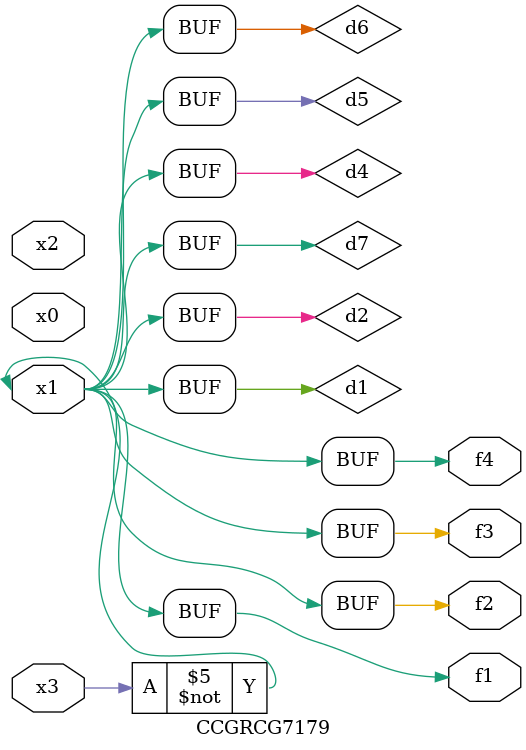
<source format=v>
module CCGRCG7179(
	input x0, x1, x2, x3,
	output f1, f2, f3, f4
);

	wire d1, d2, d3, d4, d5, d6, d7;

	not (d1, x3);
	buf (d2, x1);
	xnor (d3, d1, d2);
	nor (d4, d1);
	buf (d5, d1, d2);
	buf (d6, d4, d5);
	nand (d7, d4);
	assign f1 = d6;
	assign f2 = d7;
	assign f3 = d6;
	assign f4 = d6;
endmodule

</source>
